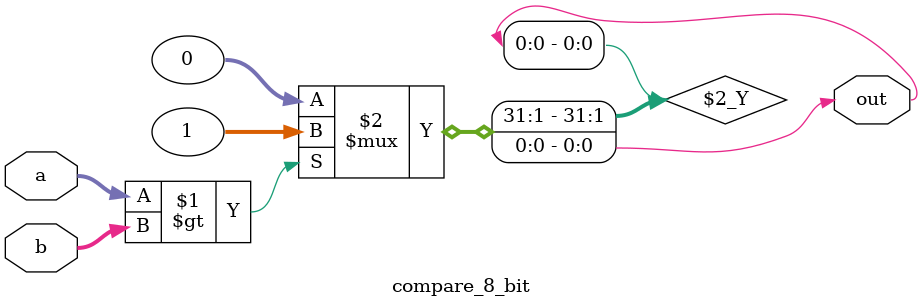
<source format=v>
`timescale 1 ns / 1 ns

module compare_8_bit(a, b, out);
	output out;
	input [7:0] a, b;
	
	assign out = (a[7:0]>b[7:0])?1:0;
endmodule
	
</source>
